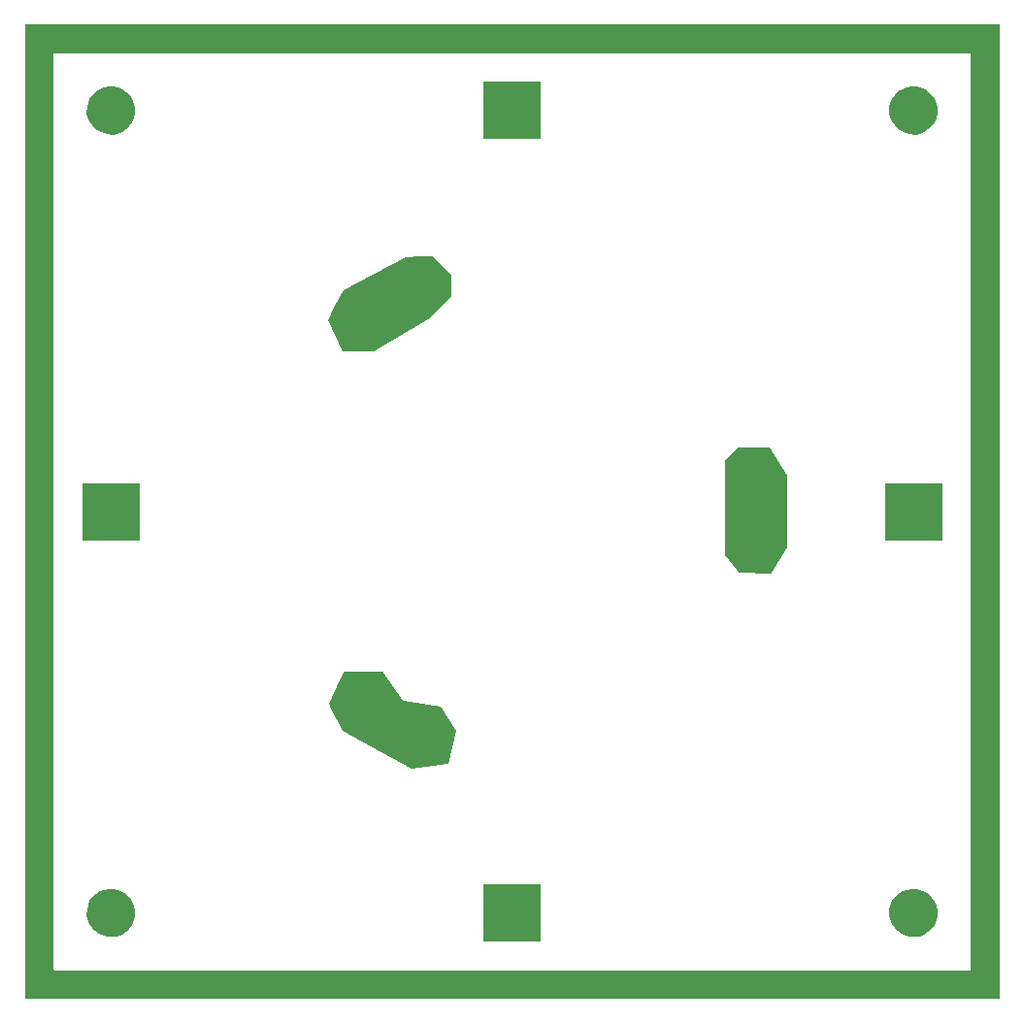
<source format=gts>
G04 #@! TF.FileFunction,Soldermask,Top*
%FSLAX46Y46*%
G04 Gerber Fmt 4.6, Leading zero omitted, Abs format (unit mm)*
G04 Created by KiCad (PCBNEW 4.0.2+dfsg1-stable) date tor 18 maj 2017 17:38:11*
%MOMM*%
G01*
G04 APERTURE LIST*
%ADD10C,0.100000*%
G04 APERTURE END LIST*
D10*
G36*
X142500000Y-142500000D02*
X60040592Y-142500000D01*
X60023180Y-142502474D01*
X60006769Y-142509943D01*
X60000000Y-142514299D01*
X60000000Y-142515778D01*
X57500000Y-142515778D01*
X57500000Y-60062500D01*
X60000000Y-60062500D01*
X60000000Y-139937500D01*
X60002474Y-139954912D01*
X60009702Y-139970945D01*
X60021110Y-139984331D01*
X60035795Y-139994008D01*
X60052595Y-139999210D01*
X60062500Y-140000000D01*
X139937500Y-140000000D01*
X139954912Y-139997526D01*
X139970945Y-139990298D01*
X139984331Y-139978890D01*
X139994008Y-139964205D01*
X139999210Y-139947405D01*
X140000000Y-139937500D01*
X140000000Y-60062500D01*
X139997526Y-60045088D01*
X139990298Y-60029055D01*
X139978890Y-60015669D01*
X139964205Y-60005992D01*
X139947405Y-60000790D01*
X139937500Y-60000000D01*
X60062500Y-60000000D01*
X60045088Y-60002474D01*
X60029055Y-60009702D01*
X60015669Y-60021110D01*
X60005992Y-60035795D01*
X60000790Y-60052595D01*
X60000000Y-60062500D01*
X57500000Y-60062500D01*
X57500000Y-57500000D01*
X142500000Y-57500000D01*
X142500000Y-142500000D01*
X142500000Y-142500000D01*
G37*
G36*
X102500000Y-137500000D02*
X97500000Y-137500000D01*
X97500000Y-132500000D01*
X102500000Y-132500000D01*
X102500000Y-137500000D01*
X102500000Y-137500000D01*
G37*
G36*
X135220572Y-132901396D02*
X135623992Y-132984206D01*
X136003642Y-133143796D01*
X136345070Y-133374092D01*
X136635259Y-133666314D01*
X136863164Y-134009341D01*
X137020100Y-134390094D01*
X137100006Y-134793653D01*
X137100006Y-134793659D01*
X137100090Y-134794084D01*
X137093522Y-135264473D01*
X137093427Y-135264890D01*
X137093427Y-135264902D01*
X137002283Y-135666070D01*
X136834776Y-136042297D01*
X136597382Y-136378826D01*
X136299148Y-136662830D01*
X135951423Y-136883503D01*
X135567463Y-137032432D01*
X135161891Y-137103945D01*
X134750150Y-137095319D01*
X134347926Y-137006885D01*
X133970534Y-136842006D01*
X133632362Y-136606972D01*
X133346278Y-136310722D01*
X133123187Y-135964553D01*
X132971580Y-135581638D01*
X132897238Y-135176576D01*
X132902987Y-134764780D01*
X132988612Y-134361951D01*
X133150849Y-133983422D01*
X133383521Y-133643614D01*
X133677764Y-133355469D01*
X134022371Y-133129965D01*
X134404213Y-132975691D01*
X134808753Y-132898521D01*
X135220572Y-132901396D01*
X135220572Y-132901396D01*
G37*
G36*
X65220572Y-132901396D02*
X65623992Y-132984206D01*
X66003642Y-133143796D01*
X66345070Y-133374092D01*
X66635259Y-133666314D01*
X66863164Y-134009341D01*
X67020100Y-134390094D01*
X67100006Y-134793653D01*
X67100006Y-134793659D01*
X67100090Y-134794084D01*
X67093522Y-135264473D01*
X67093427Y-135264890D01*
X67093427Y-135264902D01*
X67002283Y-135666070D01*
X66834776Y-136042297D01*
X66597382Y-136378826D01*
X66299148Y-136662830D01*
X65951423Y-136883503D01*
X65567463Y-137032432D01*
X65161891Y-137103945D01*
X64750150Y-137095319D01*
X64347926Y-137006885D01*
X63970534Y-136842006D01*
X63632362Y-136606972D01*
X63346278Y-136310722D01*
X63123187Y-135964553D01*
X62971580Y-135581638D01*
X62897238Y-135176576D01*
X62902987Y-134764780D01*
X62988612Y-134361951D01*
X63150849Y-133983422D01*
X63383521Y-133643614D01*
X63677764Y-133355469D01*
X64022371Y-133129965D01*
X64404213Y-132975691D01*
X64808753Y-132898521D01*
X65220572Y-132901396D01*
X65220572Y-132901396D01*
G37*
G36*
X88805079Y-114007469D02*
X90484705Y-116477507D01*
X90496542Y-116490514D01*
X90511534Y-116499709D01*
X90526884Y-116504136D01*
X93743808Y-116999047D01*
X93743810Y-116999048D01*
X93750000Y-117000000D01*
X95150000Y-119100000D01*
X94400000Y-122000000D01*
X94393900Y-122000775D01*
X94393899Y-122000775D01*
X91256214Y-122399211D01*
X91250000Y-122400000D01*
X85200000Y-119100000D01*
X85195709Y-119091597D01*
X85195708Y-119091596D01*
X84201098Y-117143817D01*
X84000000Y-116750000D01*
X84966265Y-114705978D01*
X85297322Y-114005664D01*
X85297323Y-114005662D01*
X85300000Y-114000000D01*
X88800000Y-114000000D01*
X88805079Y-114007469D01*
X88805079Y-114007469D01*
G37*
G36*
X122501857Y-94403095D02*
X122501860Y-94403099D01*
X123995629Y-96892714D01*
X123995630Y-96892716D01*
X124000000Y-96900000D01*
X124000000Y-103100000D01*
X123995529Y-103107345D01*
X123995529Y-103107346D01*
X122634393Y-105343497D01*
X122600000Y-105400000D01*
X122596214Y-105399934D01*
X122596210Y-105399934D01*
X119756269Y-105350110D01*
X119750000Y-105350000D01*
X119567441Y-105103942D01*
X118603731Y-103805029D01*
X118603731Y-103805028D01*
X118600000Y-103800000D01*
X118600000Y-95500000D01*
X119700000Y-94400000D01*
X122500000Y-94400000D01*
X122501857Y-94403095D01*
X122501857Y-94403095D01*
G37*
G36*
X67500000Y-102500000D02*
X62500000Y-102500000D01*
X62500000Y-97500000D01*
X67500000Y-97500000D01*
X67500000Y-102500000D01*
X67500000Y-102500000D01*
G37*
G36*
X137500000Y-102500000D02*
X132500000Y-102500000D01*
X132500000Y-97500000D01*
X137500000Y-97500000D01*
X137500000Y-102500000D01*
X137500000Y-102500000D01*
G37*
G36*
X94700000Y-79300000D02*
X94700000Y-81200000D01*
X92700000Y-83200000D01*
X92696524Y-83202028D01*
X92696521Y-83202030D01*
X87907170Y-85995818D01*
X87907168Y-85995818D01*
X87900000Y-86000000D01*
X85200000Y-86000000D01*
X83900000Y-83300000D01*
X84485393Y-82212841D01*
X85295642Y-80708093D01*
X85300000Y-80700000D01*
X87805866Y-79354257D01*
X90693788Y-77803336D01*
X90700000Y-77800000D01*
X92079062Y-77740041D01*
X92993741Y-77700272D01*
X93000000Y-77700000D01*
X94700000Y-79300000D01*
X94700000Y-79300000D01*
G37*
G36*
X102500000Y-67500000D02*
X97500000Y-67500000D01*
X97500000Y-62500000D01*
X102500000Y-62500000D01*
X102500000Y-67500000D01*
X102500000Y-67500000D01*
G37*
G36*
X135220572Y-62901396D02*
X135623992Y-62984206D01*
X136003642Y-63143796D01*
X136345070Y-63374092D01*
X136635259Y-63666314D01*
X136863164Y-64009341D01*
X137020100Y-64390094D01*
X137100006Y-64793653D01*
X137100006Y-64793659D01*
X137100090Y-64794084D01*
X137093522Y-65264473D01*
X137093427Y-65264890D01*
X137093427Y-65264902D01*
X137002283Y-65666070D01*
X136834776Y-66042297D01*
X136597382Y-66378826D01*
X136299148Y-66662830D01*
X135951423Y-66883503D01*
X135567463Y-67032432D01*
X135161891Y-67103945D01*
X134750150Y-67095319D01*
X134347926Y-67006885D01*
X133970534Y-66842006D01*
X133632362Y-66606972D01*
X133346278Y-66310722D01*
X133123187Y-65964553D01*
X132971580Y-65581638D01*
X132897238Y-65176576D01*
X132902987Y-64764780D01*
X132988612Y-64361951D01*
X133150849Y-63983422D01*
X133383521Y-63643614D01*
X133677764Y-63355469D01*
X134022371Y-63129965D01*
X134404213Y-62975691D01*
X134808753Y-62898521D01*
X135220572Y-62901396D01*
X135220572Y-62901396D01*
G37*
G36*
X65220572Y-62901396D02*
X65623992Y-62984206D01*
X66003642Y-63143796D01*
X66345070Y-63374092D01*
X66635259Y-63666314D01*
X66863164Y-64009341D01*
X67020100Y-64390094D01*
X67100006Y-64793653D01*
X67100006Y-64793659D01*
X67100090Y-64794084D01*
X67093522Y-65264473D01*
X67093427Y-65264890D01*
X67093427Y-65264902D01*
X67002283Y-65666070D01*
X66834776Y-66042297D01*
X66597382Y-66378826D01*
X66299148Y-66662830D01*
X65951423Y-66883503D01*
X65567463Y-67032432D01*
X65161891Y-67103945D01*
X64750150Y-67095319D01*
X64347926Y-67006885D01*
X63970534Y-66842006D01*
X63632362Y-66606972D01*
X63346278Y-66310722D01*
X63123187Y-65964553D01*
X62971580Y-65581638D01*
X62897238Y-65176576D01*
X62902987Y-64764780D01*
X62988612Y-64361951D01*
X63150849Y-63983422D01*
X63383521Y-63643614D01*
X63677764Y-63355469D01*
X64022371Y-63129965D01*
X64404213Y-62975691D01*
X64808753Y-62898521D01*
X65220572Y-62901396D01*
X65220572Y-62901396D01*
G37*
M02*

</source>
